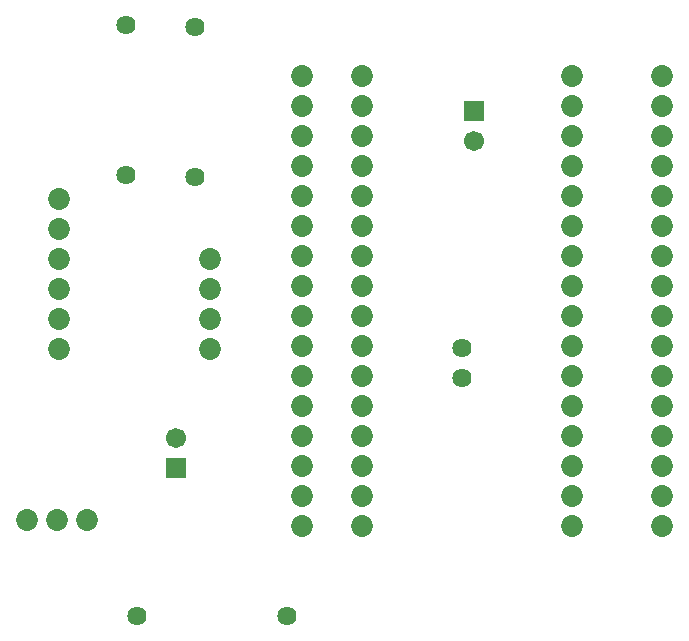
<source format=gbs>
G04 Layer: BottomSolderMaskLayer*
G04 EasyEDA v6.5.50, 2025-08-07 17:35:19*
G04 907c9f2fc05643d1a7414bf7d8136ec9,1ea6220676e248c9a5f209c00a71ac29,10*
G04 Gerber Generator version 0.2*
G04 Scale: 100 percent, Rotated: No, Reflected: No *
G04 Dimensions in millimeters *
G04 leading zeros omitted , absolute positions ,4 integer and 5 decimal *
%FSLAX45Y45*%
%MOMM*%

%AMMACRO1*4,1,8,-0.8212,-0.8509,-0.8509,-0.8209,-0.8509,0.8212,-0.8212,0.8509,0.8209,0.8509,0.8509,0.8212,0.8509,-0.8209,0.8209,-0.8509,-0.8212,-0.8509,0*%
%ADD10C,1.8516*%
%ADD11C,1.6256*%
%ADD12MACRO1*%
%ADD13C,1.7018*%
%ADD14C,0.0185*%

%LPD*%
D10*
G01*
X1574800Y6617700D03*
G01*
X1574800Y6363700D03*
G01*
X1574800Y6109700D03*
G01*
X1574800Y5855700D03*
D11*
G01*
X858794Y8597884D03*
G01*
X858794Y7327884D03*
D10*
G01*
X2349500Y8166084D03*
G01*
X2349576Y7911043D03*
G01*
X2349500Y7658084D03*
G01*
X2349500Y7404084D03*
G01*
X2349500Y7150084D03*
G01*
X2349500Y6896084D03*
G01*
X2349500Y6642084D03*
G01*
X2349500Y6388084D03*
G01*
X2349500Y6134084D03*
G01*
X2349500Y5880084D03*
G01*
X2349500Y5626084D03*
G01*
X2349500Y5372084D03*
G01*
X2349500Y5118084D03*
G01*
X2349500Y4864084D03*
G01*
X2349500Y4610084D03*
G01*
X2349500Y4356084D03*
G01*
X4635500Y4356084D03*
G01*
X4635500Y4610084D03*
G01*
X4635500Y4864084D03*
G01*
X4635500Y5118084D03*
G01*
X4635500Y5372084D03*
G01*
X4635500Y5626084D03*
G01*
X4635500Y5880084D03*
G01*
X4635500Y6134084D03*
G01*
X4635500Y6388084D03*
G01*
X4635500Y6642084D03*
G01*
X4635500Y6896084D03*
G01*
X4635500Y7150084D03*
G01*
X4635500Y7404084D03*
G01*
X4635500Y7658084D03*
G01*
X4635500Y7912084D03*
G01*
X4635500Y8166084D03*
G01*
X5397500Y8166084D03*
G01*
X2857500Y8166084D03*
G01*
X2857500Y7912084D03*
G01*
X2857500Y7658084D03*
G01*
X2857500Y7404084D03*
G01*
X2857500Y7150084D03*
G01*
X2857500Y6896084D03*
G01*
X2857500Y6642084D03*
G01*
X2857500Y6388084D03*
G01*
X2857500Y6134084D03*
G01*
X2857500Y5880084D03*
G01*
X2857500Y5626084D03*
G01*
X2857500Y5372084D03*
G01*
X2857500Y4610084D03*
G01*
X2857500Y5118084D03*
G01*
X2857500Y4864084D03*
G01*
X2857500Y4356084D03*
G01*
X5397500Y7912084D03*
G01*
X5397500Y7658084D03*
G01*
X5397500Y7404084D03*
G01*
X5397500Y7150084D03*
G01*
X5397500Y6896084D03*
G01*
X5397500Y6642084D03*
G01*
X5397500Y6388084D03*
G01*
X5397500Y6134084D03*
G01*
X5397500Y5880084D03*
G01*
X5397500Y5626084D03*
G01*
X5397500Y5372084D03*
G01*
X5397500Y5118084D03*
G01*
X5397500Y4864084D03*
G01*
X5397500Y4610084D03*
G01*
X5397500Y4356084D03*
D12*
G01*
X3810000Y7873974D03*
D13*
G01*
X3810000Y7619984D03*
D12*
G01*
X1282700Y4851374D03*
D13*
G01*
X1282700Y5105384D03*
D10*
G01*
X533400Y4406884D03*
G01*
X279400Y4406884D03*
G01*
X25400Y4406884D03*
D11*
G01*
X1447800Y8585184D03*
G01*
X1447800Y7315184D03*
G01*
X2222500Y3594084D03*
G01*
X952500Y3594084D03*
G01*
X3708400Y5867384D03*
G01*
X3708400Y5613384D03*
D10*
G01*
X292100Y7124684D03*
G01*
X292100Y6870684D03*
G01*
X292100Y6616684D03*
G01*
X292100Y6362684D03*
G01*
X292100Y6108684D03*
G01*
X292100Y5854684D03*
M02*

</source>
